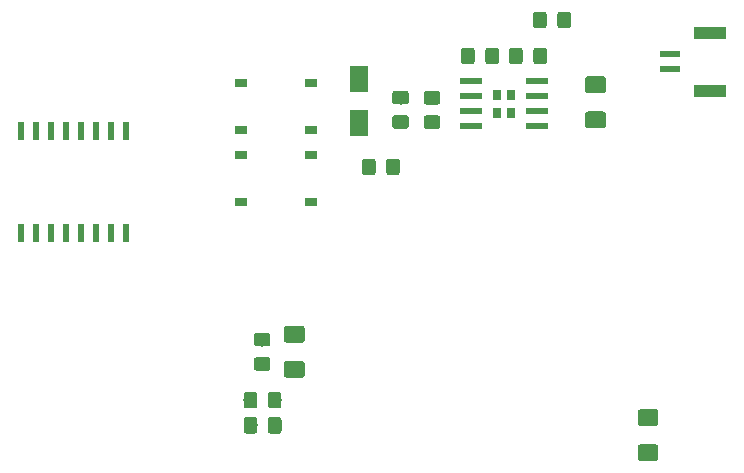
<source format=gbr>
G04 #@! TF.GenerationSoftware,KiCad,Pcbnew,(5.0.0)*
G04 #@! TF.CreationDate,2019-03-29T23:21:28-04:00*
G04 #@! TF.ProjectId,PoEShield,506F45536869656C642E6B696361645F,rev?*
G04 #@! TF.SameCoordinates,Original*
G04 #@! TF.FileFunction,Paste,Top*
G04 #@! TF.FilePolarity,Positive*
%FSLAX46Y46*%
G04 Gerber Fmt 4.6, Leading zero omitted, Abs format (unit mm)*
G04 Created by KiCad (PCBNEW (5.0.0)) date 03/29/19 23:21:28*
%MOMM*%
%LPD*%
G01*
G04 APERTURE LIST*
%ADD10R,0.558800X1.600200*%
%ADD11C,0.100000*%
%ADD12C,1.150000*%
%ADD13R,1.630000X2.180400*%
%ADD14R,1.000000X0.700000*%
%ADD15R,1.700000X0.600000*%
%ADD16R,2.800000X1.000000*%
%ADD17R,1.910000X0.610000*%
%ADD18R,0.723000X0.930000*%
%ADD19C,1.425000*%
G04 APERTURE END LIST*
D10*
G04 #@! TO.C,T1*
X100076000Y-81280000D03*
X101346000Y-81280000D03*
X102616000Y-81280000D03*
X103886000Y-81280000D03*
X105156000Y-81280000D03*
X106426000Y-81280000D03*
X107696000Y-81280000D03*
X108966000Y-81280000D03*
X108966000Y-89916000D03*
X107696000Y-89916000D03*
X106426000Y-89916000D03*
X105156000Y-89916000D03*
X103886000Y-89916000D03*
X102616000Y-89916000D03*
X101346000Y-89916000D03*
X100076000Y-89916000D03*
G04 #@! TD*
D11*
G04 #@! TO.C,C1*
G36*
X132681505Y-77894204D02*
X132705773Y-77897804D01*
X132729572Y-77903765D01*
X132752671Y-77912030D01*
X132774850Y-77922520D01*
X132795893Y-77935132D01*
X132815599Y-77949747D01*
X132833777Y-77966223D01*
X132850253Y-77984401D01*
X132864868Y-78004107D01*
X132877480Y-78025150D01*
X132887970Y-78047329D01*
X132896235Y-78070428D01*
X132902196Y-78094227D01*
X132905796Y-78118495D01*
X132907000Y-78142999D01*
X132907000Y-78793001D01*
X132905796Y-78817505D01*
X132902196Y-78841773D01*
X132896235Y-78865572D01*
X132887970Y-78888671D01*
X132877480Y-78910850D01*
X132864868Y-78931893D01*
X132850253Y-78951599D01*
X132833777Y-78969777D01*
X132815599Y-78986253D01*
X132795893Y-79000868D01*
X132774850Y-79013480D01*
X132752671Y-79023970D01*
X132729572Y-79032235D01*
X132705773Y-79038196D01*
X132681505Y-79041796D01*
X132657001Y-79043000D01*
X131756999Y-79043000D01*
X131732495Y-79041796D01*
X131708227Y-79038196D01*
X131684428Y-79032235D01*
X131661329Y-79023970D01*
X131639150Y-79013480D01*
X131618107Y-79000868D01*
X131598401Y-78986253D01*
X131580223Y-78969777D01*
X131563747Y-78951599D01*
X131549132Y-78931893D01*
X131536520Y-78910850D01*
X131526030Y-78888671D01*
X131517765Y-78865572D01*
X131511804Y-78841773D01*
X131508204Y-78817505D01*
X131507000Y-78793001D01*
X131507000Y-78142999D01*
X131508204Y-78118495D01*
X131511804Y-78094227D01*
X131517765Y-78070428D01*
X131526030Y-78047329D01*
X131536520Y-78025150D01*
X131549132Y-78004107D01*
X131563747Y-77984401D01*
X131580223Y-77966223D01*
X131598401Y-77949747D01*
X131618107Y-77935132D01*
X131639150Y-77922520D01*
X131661329Y-77912030D01*
X131684428Y-77903765D01*
X131708227Y-77897804D01*
X131732495Y-77894204D01*
X131756999Y-77893000D01*
X132657001Y-77893000D01*
X132681505Y-77894204D01*
X132681505Y-77894204D01*
G37*
D12*
X132207000Y-78468000D03*
D11*
G36*
X132681505Y-79944204D02*
X132705773Y-79947804D01*
X132729572Y-79953765D01*
X132752671Y-79962030D01*
X132774850Y-79972520D01*
X132795893Y-79985132D01*
X132815599Y-79999747D01*
X132833777Y-80016223D01*
X132850253Y-80034401D01*
X132864868Y-80054107D01*
X132877480Y-80075150D01*
X132887970Y-80097329D01*
X132896235Y-80120428D01*
X132902196Y-80144227D01*
X132905796Y-80168495D01*
X132907000Y-80192999D01*
X132907000Y-80843001D01*
X132905796Y-80867505D01*
X132902196Y-80891773D01*
X132896235Y-80915572D01*
X132887970Y-80938671D01*
X132877480Y-80960850D01*
X132864868Y-80981893D01*
X132850253Y-81001599D01*
X132833777Y-81019777D01*
X132815599Y-81036253D01*
X132795893Y-81050868D01*
X132774850Y-81063480D01*
X132752671Y-81073970D01*
X132729572Y-81082235D01*
X132705773Y-81088196D01*
X132681505Y-81091796D01*
X132657001Y-81093000D01*
X131756999Y-81093000D01*
X131732495Y-81091796D01*
X131708227Y-81088196D01*
X131684428Y-81082235D01*
X131661329Y-81073970D01*
X131639150Y-81063480D01*
X131618107Y-81050868D01*
X131598401Y-81036253D01*
X131580223Y-81019777D01*
X131563747Y-81001599D01*
X131549132Y-80981893D01*
X131536520Y-80960850D01*
X131526030Y-80938671D01*
X131517765Y-80915572D01*
X131511804Y-80891773D01*
X131508204Y-80867505D01*
X131507000Y-80843001D01*
X131507000Y-80192999D01*
X131508204Y-80168495D01*
X131511804Y-80144227D01*
X131517765Y-80120428D01*
X131526030Y-80097329D01*
X131536520Y-80075150D01*
X131549132Y-80054107D01*
X131563747Y-80034401D01*
X131580223Y-80016223D01*
X131598401Y-79999747D01*
X131618107Y-79985132D01*
X131639150Y-79972520D01*
X131661329Y-79962030D01*
X131684428Y-79953765D01*
X131708227Y-79947804D01*
X131732495Y-79944204D01*
X131756999Y-79943000D01*
X132657001Y-79943000D01*
X132681505Y-79944204D01*
X132681505Y-79944204D01*
G37*
D12*
X132207000Y-80518000D03*
G04 #@! TD*
D13*
G04 #@! TO.C,D1*
X128651000Y-76930600D03*
X128651000Y-80645000D03*
G04 #@! TD*
D14*
G04 #@! TO.C,D2*
X118691000Y-81248000D03*
X118691000Y-77248000D03*
X124641000Y-77248000D03*
X124641000Y-81248000D03*
G04 #@! TD*
G04 #@! TO.C,D3*
X124641000Y-87344000D03*
X124641000Y-83344000D03*
X118691000Y-83344000D03*
X118691000Y-87344000D03*
G04 #@! TD*
D15*
G04 #@! TO.C,J2*
X155022000Y-74813000D03*
X155022000Y-76063000D03*
D16*
X158372000Y-72963000D03*
X158372000Y-77913000D03*
G04 #@! TD*
D11*
G04 #@! TO.C,R1*
G36*
X138262505Y-74231204D02*
X138286773Y-74234804D01*
X138310572Y-74240765D01*
X138333671Y-74249030D01*
X138355850Y-74259520D01*
X138376893Y-74272132D01*
X138396599Y-74286747D01*
X138414777Y-74303223D01*
X138431253Y-74321401D01*
X138445868Y-74341107D01*
X138458480Y-74362150D01*
X138468970Y-74384329D01*
X138477235Y-74407428D01*
X138483196Y-74431227D01*
X138486796Y-74455495D01*
X138488000Y-74479999D01*
X138488000Y-75380001D01*
X138486796Y-75404505D01*
X138483196Y-75428773D01*
X138477235Y-75452572D01*
X138468970Y-75475671D01*
X138458480Y-75497850D01*
X138445868Y-75518893D01*
X138431253Y-75538599D01*
X138414777Y-75556777D01*
X138396599Y-75573253D01*
X138376893Y-75587868D01*
X138355850Y-75600480D01*
X138333671Y-75610970D01*
X138310572Y-75619235D01*
X138286773Y-75625196D01*
X138262505Y-75628796D01*
X138238001Y-75630000D01*
X137587999Y-75630000D01*
X137563495Y-75628796D01*
X137539227Y-75625196D01*
X137515428Y-75619235D01*
X137492329Y-75610970D01*
X137470150Y-75600480D01*
X137449107Y-75587868D01*
X137429401Y-75573253D01*
X137411223Y-75556777D01*
X137394747Y-75538599D01*
X137380132Y-75518893D01*
X137367520Y-75497850D01*
X137357030Y-75475671D01*
X137348765Y-75452572D01*
X137342804Y-75428773D01*
X137339204Y-75404505D01*
X137338000Y-75380001D01*
X137338000Y-74479999D01*
X137339204Y-74455495D01*
X137342804Y-74431227D01*
X137348765Y-74407428D01*
X137357030Y-74384329D01*
X137367520Y-74362150D01*
X137380132Y-74341107D01*
X137394747Y-74321401D01*
X137411223Y-74303223D01*
X137429401Y-74286747D01*
X137449107Y-74272132D01*
X137470150Y-74259520D01*
X137492329Y-74249030D01*
X137515428Y-74240765D01*
X137539227Y-74234804D01*
X137563495Y-74231204D01*
X137587999Y-74230000D01*
X138238001Y-74230000D01*
X138262505Y-74231204D01*
X138262505Y-74231204D01*
G37*
D12*
X137913000Y-74930000D03*
D11*
G36*
X140312505Y-74231204D02*
X140336773Y-74234804D01*
X140360572Y-74240765D01*
X140383671Y-74249030D01*
X140405850Y-74259520D01*
X140426893Y-74272132D01*
X140446599Y-74286747D01*
X140464777Y-74303223D01*
X140481253Y-74321401D01*
X140495868Y-74341107D01*
X140508480Y-74362150D01*
X140518970Y-74384329D01*
X140527235Y-74407428D01*
X140533196Y-74431227D01*
X140536796Y-74455495D01*
X140538000Y-74479999D01*
X140538000Y-75380001D01*
X140536796Y-75404505D01*
X140533196Y-75428773D01*
X140527235Y-75452572D01*
X140518970Y-75475671D01*
X140508480Y-75497850D01*
X140495868Y-75518893D01*
X140481253Y-75538599D01*
X140464777Y-75556777D01*
X140446599Y-75573253D01*
X140426893Y-75587868D01*
X140405850Y-75600480D01*
X140383671Y-75610970D01*
X140360572Y-75619235D01*
X140336773Y-75625196D01*
X140312505Y-75628796D01*
X140288001Y-75630000D01*
X139637999Y-75630000D01*
X139613495Y-75628796D01*
X139589227Y-75625196D01*
X139565428Y-75619235D01*
X139542329Y-75610970D01*
X139520150Y-75600480D01*
X139499107Y-75587868D01*
X139479401Y-75573253D01*
X139461223Y-75556777D01*
X139444747Y-75538599D01*
X139430132Y-75518893D01*
X139417520Y-75497850D01*
X139407030Y-75475671D01*
X139398765Y-75452572D01*
X139392804Y-75428773D01*
X139389204Y-75404505D01*
X139388000Y-75380001D01*
X139388000Y-74479999D01*
X139389204Y-74455495D01*
X139392804Y-74431227D01*
X139398765Y-74407428D01*
X139407030Y-74384329D01*
X139417520Y-74362150D01*
X139430132Y-74341107D01*
X139444747Y-74321401D01*
X139461223Y-74303223D01*
X139479401Y-74286747D01*
X139499107Y-74272132D01*
X139520150Y-74259520D01*
X139542329Y-74249030D01*
X139565428Y-74240765D01*
X139589227Y-74234804D01*
X139613495Y-74231204D01*
X139637999Y-74230000D01*
X140288001Y-74230000D01*
X140312505Y-74231204D01*
X140312505Y-74231204D01*
G37*
D12*
X139963000Y-74930000D03*
G04 #@! TD*
D11*
G04 #@! TO.C,R2*
G36*
X135348505Y-77912204D02*
X135372773Y-77915804D01*
X135396572Y-77921765D01*
X135419671Y-77930030D01*
X135441850Y-77940520D01*
X135462893Y-77953132D01*
X135482599Y-77967747D01*
X135500777Y-77984223D01*
X135517253Y-78002401D01*
X135531868Y-78022107D01*
X135544480Y-78043150D01*
X135554970Y-78065329D01*
X135563235Y-78088428D01*
X135569196Y-78112227D01*
X135572796Y-78136495D01*
X135574000Y-78160999D01*
X135574000Y-78811001D01*
X135572796Y-78835505D01*
X135569196Y-78859773D01*
X135563235Y-78883572D01*
X135554970Y-78906671D01*
X135544480Y-78928850D01*
X135531868Y-78949893D01*
X135517253Y-78969599D01*
X135500777Y-78987777D01*
X135482599Y-79004253D01*
X135462893Y-79018868D01*
X135441850Y-79031480D01*
X135419671Y-79041970D01*
X135396572Y-79050235D01*
X135372773Y-79056196D01*
X135348505Y-79059796D01*
X135324001Y-79061000D01*
X134423999Y-79061000D01*
X134399495Y-79059796D01*
X134375227Y-79056196D01*
X134351428Y-79050235D01*
X134328329Y-79041970D01*
X134306150Y-79031480D01*
X134285107Y-79018868D01*
X134265401Y-79004253D01*
X134247223Y-78987777D01*
X134230747Y-78969599D01*
X134216132Y-78949893D01*
X134203520Y-78928850D01*
X134193030Y-78906671D01*
X134184765Y-78883572D01*
X134178804Y-78859773D01*
X134175204Y-78835505D01*
X134174000Y-78811001D01*
X134174000Y-78160999D01*
X134175204Y-78136495D01*
X134178804Y-78112227D01*
X134184765Y-78088428D01*
X134193030Y-78065329D01*
X134203520Y-78043150D01*
X134216132Y-78022107D01*
X134230747Y-78002401D01*
X134247223Y-77984223D01*
X134265401Y-77967747D01*
X134285107Y-77953132D01*
X134306150Y-77940520D01*
X134328329Y-77930030D01*
X134351428Y-77921765D01*
X134375227Y-77915804D01*
X134399495Y-77912204D01*
X134423999Y-77911000D01*
X135324001Y-77911000D01*
X135348505Y-77912204D01*
X135348505Y-77912204D01*
G37*
D12*
X134874000Y-78486000D03*
D11*
G36*
X135348505Y-79962204D02*
X135372773Y-79965804D01*
X135396572Y-79971765D01*
X135419671Y-79980030D01*
X135441850Y-79990520D01*
X135462893Y-80003132D01*
X135482599Y-80017747D01*
X135500777Y-80034223D01*
X135517253Y-80052401D01*
X135531868Y-80072107D01*
X135544480Y-80093150D01*
X135554970Y-80115329D01*
X135563235Y-80138428D01*
X135569196Y-80162227D01*
X135572796Y-80186495D01*
X135574000Y-80210999D01*
X135574000Y-80861001D01*
X135572796Y-80885505D01*
X135569196Y-80909773D01*
X135563235Y-80933572D01*
X135554970Y-80956671D01*
X135544480Y-80978850D01*
X135531868Y-80999893D01*
X135517253Y-81019599D01*
X135500777Y-81037777D01*
X135482599Y-81054253D01*
X135462893Y-81068868D01*
X135441850Y-81081480D01*
X135419671Y-81091970D01*
X135396572Y-81100235D01*
X135372773Y-81106196D01*
X135348505Y-81109796D01*
X135324001Y-81111000D01*
X134423999Y-81111000D01*
X134399495Y-81109796D01*
X134375227Y-81106196D01*
X134351428Y-81100235D01*
X134328329Y-81091970D01*
X134306150Y-81081480D01*
X134285107Y-81068868D01*
X134265401Y-81054253D01*
X134247223Y-81037777D01*
X134230747Y-81019599D01*
X134216132Y-80999893D01*
X134203520Y-80978850D01*
X134193030Y-80956671D01*
X134184765Y-80933572D01*
X134178804Y-80909773D01*
X134175204Y-80885505D01*
X134174000Y-80861001D01*
X134174000Y-80210999D01*
X134175204Y-80186495D01*
X134178804Y-80162227D01*
X134184765Y-80138428D01*
X134193030Y-80115329D01*
X134203520Y-80093150D01*
X134216132Y-80072107D01*
X134230747Y-80052401D01*
X134247223Y-80034223D01*
X134265401Y-80017747D01*
X134285107Y-80003132D01*
X134306150Y-79990520D01*
X134328329Y-79980030D01*
X134351428Y-79971765D01*
X134375227Y-79965804D01*
X134399495Y-79962204D01*
X134423999Y-79961000D01*
X135324001Y-79961000D01*
X135348505Y-79962204D01*
X135348505Y-79962204D01*
G37*
D12*
X134874000Y-80536000D03*
G04 #@! TD*
D11*
G04 #@! TO.C,R3*
G36*
X144358505Y-71183204D02*
X144382773Y-71186804D01*
X144406572Y-71192765D01*
X144429671Y-71201030D01*
X144451850Y-71211520D01*
X144472893Y-71224132D01*
X144492599Y-71238747D01*
X144510777Y-71255223D01*
X144527253Y-71273401D01*
X144541868Y-71293107D01*
X144554480Y-71314150D01*
X144564970Y-71336329D01*
X144573235Y-71359428D01*
X144579196Y-71383227D01*
X144582796Y-71407495D01*
X144584000Y-71431999D01*
X144584000Y-72332001D01*
X144582796Y-72356505D01*
X144579196Y-72380773D01*
X144573235Y-72404572D01*
X144564970Y-72427671D01*
X144554480Y-72449850D01*
X144541868Y-72470893D01*
X144527253Y-72490599D01*
X144510777Y-72508777D01*
X144492599Y-72525253D01*
X144472893Y-72539868D01*
X144451850Y-72552480D01*
X144429671Y-72562970D01*
X144406572Y-72571235D01*
X144382773Y-72577196D01*
X144358505Y-72580796D01*
X144334001Y-72582000D01*
X143683999Y-72582000D01*
X143659495Y-72580796D01*
X143635227Y-72577196D01*
X143611428Y-72571235D01*
X143588329Y-72562970D01*
X143566150Y-72552480D01*
X143545107Y-72539868D01*
X143525401Y-72525253D01*
X143507223Y-72508777D01*
X143490747Y-72490599D01*
X143476132Y-72470893D01*
X143463520Y-72449850D01*
X143453030Y-72427671D01*
X143444765Y-72404572D01*
X143438804Y-72380773D01*
X143435204Y-72356505D01*
X143434000Y-72332001D01*
X143434000Y-71431999D01*
X143435204Y-71407495D01*
X143438804Y-71383227D01*
X143444765Y-71359428D01*
X143453030Y-71336329D01*
X143463520Y-71314150D01*
X143476132Y-71293107D01*
X143490747Y-71273401D01*
X143507223Y-71255223D01*
X143525401Y-71238747D01*
X143545107Y-71224132D01*
X143566150Y-71211520D01*
X143588329Y-71201030D01*
X143611428Y-71192765D01*
X143635227Y-71186804D01*
X143659495Y-71183204D01*
X143683999Y-71182000D01*
X144334001Y-71182000D01*
X144358505Y-71183204D01*
X144358505Y-71183204D01*
G37*
D12*
X144009000Y-71882000D03*
D11*
G36*
X146408505Y-71183204D02*
X146432773Y-71186804D01*
X146456572Y-71192765D01*
X146479671Y-71201030D01*
X146501850Y-71211520D01*
X146522893Y-71224132D01*
X146542599Y-71238747D01*
X146560777Y-71255223D01*
X146577253Y-71273401D01*
X146591868Y-71293107D01*
X146604480Y-71314150D01*
X146614970Y-71336329D01*
X146623235Y-71359428D01*
X146629196Y-71383227D01*
X146632796Y-71407495D01*
X146634000Y-71431999D01*
X146634000Y-72332001D01*
X146632796Y-72356505D01*
X146629196Y-72380773D01*
X146623235Y-72404572D01*
X146614970Y-72427671D01*
X146604480Y-72449850D01*
X146591868Y-72470893D01*
X146577253Y-72490599D01*
X146560777Y-72508777D01*
X146542599Y-72525253D01*
X146522893Y-72539868D01*
X146501850Y-72552480D01*
X146479671Y-72562970D01*
X146456572Y-72571235D01*
X146432773Y-72577196D01*
X146408505Y-72580796D01*
X146384001Y-72582000D01*
X145733999Y-72582000D01*
X145709495Y-72580796D01*
X145685227Y-72577196D01*
X145661428Y-72571235D01*
X145638329Y-72562970D01*
X145616150Y-72552480D01*
X145595107Y-72539868D01*
X145575401Y-72525253D01*
X145557223Y-72508777D01*
X145540747Y-72490599D01*
X145526132Y-72470893D01*
X145513520Y-72449850D01*
X145503030Y-72427671D01*
X145494765Y-72404572D01*
X145488804Y-72380773D01*
X145485204Y-72356505D01*
X145484000Y-72332001D01*
X145484000Y-71431999D01*
X145485204Y-71407495D01*
X145488804Y-71383227D01*
X145494765Y-71359428D01*
X145503030Y-71336329D01*
X145513520Y-71314150D01*
X145526132Y-71293107D01*
X145540747Y-71273401D01*
X145557223Y-71255223D01*
X145575401Y-71238747D01*
X145595107Y-71224132D01*
X145616150Y-71211520D01*
X145638329Y-71201030D01*
X145661428Y-71192765D01*
X145685227Y-71186804D01*
X145709495Y-71183204D01*
X145733999Y-71182000D01*
X146384001Y-71182000D01*
X146408505Y-71183204D01*
X146408505Y-71183204D01*
G37*
D12*
X146059000Y-71882000D03*
G04 #@! TD*
D11*
G04 #@! TO.C,R4*
G36*
X144376505Y-74231204D02*
X144400773Y-74234804D01*
X144424572Y-74240765D01*
X144447671Y-74249030D01*
X144469850Y-74259520D01*
X144490893Y-74272132D01*
X144510599Y-74286747D01*
X144528777Y-74303223D01*
X144545253Y-74321401D01*
X144559868Y-74341107D01*
X144572480Y-74362150D01*
X144582970Y-74384329D01*
X144591235Y-74407428D01*
X144597196Y-74431227D01*
X144600796Y-74455495D01*
X144602000Y-74479999D01*
X144602000Y-75380001D01*
X144600796Y-75404505D01*
X144597196Y-75428773D01*
X144591235Y-75452572D01*
X144582970Y-75475671D01*
X144572480Y-75497850D01*
X144559868Y-75518893D01*
X144545253Y-75538599D01*
X144528777Y-75556777D01*
X144510599Y-75573253D01*
X144490893Y-75587868D01*
X144469850Y-75600480D01*
X144447671Y-75610970D01*
X144424572Y-75619235D01*
X144400773Y-75625196D01*
X144376505Y-75628796D01*
X144352001Y-75630000D01*
X143701999Y-75630000D01*
X143677495Y-75628796D01*
X143653227Y-75625196D01*
X143629428Y-75619235D01*
X143606329Y-75610970D01*
X143584150Y-75600480D01*
X143563107Y-75587868D01*
X143543401Y-75573253D01*
X143525223Y-75556777D01*
X143508747Y-75538599D01*
X143494132Y-75518893D01*
X143481520Y-75497850D01*
X143471030Y-75475671D01*
X143462765Y-75452572D01*
X143456804Y-75428773D01*
X143453204Y-75404505D01*
X143452000Y-75380001D01*
X143452000Y-74479999D01*
X143453204Y-74455495D01*
X143456804Y-74431227D01*
X143462765Y-74407428D01*
X143471030Y-74384329D01*
X143481520Y-74362150D01*
X143494132Y-74341107D01*
X143508747Y-74321401D01*
X143525223Y-74303223D01*
X143543401Y-74286747D01*
X143563107Y-74272132D01*
X143584150Y-74259520D01*
X143606329Y-74249030D01*
X143629428Y-74240765D01*
X143653227Y-74234804D01*
X143677495Y-74231204D01*
X143701999Y-74230000D01*
X144352001Y-74230000D01*
X144376505Y-74231204D01*
X144376505Y-74231204D01*
G37*
D12*
X144027000Y-74930000D03*
D11*
G36*
X142326505Y-74231204D02*
X142350773Y-74234804D01*
X142374572Y-74240765D01*
X142397671Y-74249030D01*
X142419850Y-74259520D01*
X142440893Y-74272132D01*
X142460599Y-74286747D01*
X142478777Y-74303223D01*
X142495253Y-74321401D01*
X142509868Y-74341107D01*
X142522480Y-74362150D01*
X142532970Y-74384329D01*
X142541235Y-74407428D01*
X142547196Y-74431227D01*
X142550796Y-74455495D01*
X142552000Y-74479999D01*
X142552000Y-75380001D01*
X142550796Y-75404505D01*
X142547196Y-75428773D01*
X142541235Y-75452572D01*
X142532970Y-75475671D01*
X142522480Y-75497850D01*
X142509868Y-75518893D01*
X142495253Y-75538599D01*
X142478777Y-75556777D01*
X142460599Y-75573253D01*
X142440893Y-75587868D01*
X142419850Y-75600480D01*
X142397671Y-75610970D01*
X142374572Y-75619235D01*
X142350773Y-75625196D01*
X142326505Y-75628796D01*
X142302001Y-75630000D01*
X141651999Y-75630000D01*
X141627495Y-75628796D01*
X141603227Y-75625196D01*
X141579428Y-75619235D01*
X141556329Y-75610970D01*
X141534150Y-75600480D01*
X141513107Y-75587868D01*
X141493401Y-75573253D01*
X141475223Y-75556777D01*
X141458747Y-75538599D01*
X141444132Y-75518893D01*
X141431520Y-75497850D01*
X141421030Y-75475671D01*
X141412765Y-75452572D01*
X141406804Y-75428773D01*
X141403204Y-75404505D01*
X141402000Y-75380001D01*
X141402000Y-74479999D01*
X141403204Y-74455495D01*
X141406804Y-74431227D01*
X141412765Y-74407428D01*
X141421030Y-74384329D01*
X141431520Y-74362150D01*
X141444132Y-74341107D01*
X141458747Y-74321401D01*
X141475223Y-74303223D01*
X141493401Y-74286747D01*
X141513107Y-74272132D01*
X141534150Y-74259520D01*
X141556329Y-74249030D01*
X141579428Y-74240765D01*
X141603227Y-74234804D01*
X141627495Y-74231204D01*
X141651999Y-74230000D01*
X142302001Y-74230000D01*
X142326505Y-74231204D01*
X142326505Y-74231204D01*
G37*
D12*
X141977000Y-74930000D03*
G04 #@! TD*
D11*
G04 #@! TO.C,R5*
G36*
X129871505Y-83629204D02*
X129895773Y-83632804D01*
X129919572Y-83638765D01*
X129942671Y-83647030D01*
X129964850Y-83657520D01*
X129985893Y-83670132D01*
X130005599Y-83684747D01*
X130023777Y-83701223D01*
X130040253Y-83719401D01*
X130054868Y-83739107D01*
X130067480Y-83760150D01*
X130077970Y-83782329D01*
X130086235Y-83805428D01*
X130092196Y-83829227D01*
X130095796Y-83853495D01*
X130097000Y-83877999D01*
X130097000Y-84778001D01*
X130095796Y-84802505D01*
X130092196Y-84826773D01*
X130086235Y-84850572D01*
X130077970Y-84873671D01*
X130067480Y-84895850D01*
X130054868Y-84916893D01*
X130040253Y-84936599D01*
X130023777Y-84954777D01*
X130005599Y-84971253D01*
X129985893Y-84985868D01*
X129964850Y-84998480D01*
X129942671Y-85008970D01*
X129919572Y-85017235D01*
X129895773Y-85023196D01*
X129871505Y-85026796D01*
X129847001Y-85028000D01*
X129196999Y-85028000D01*
X129172495Y-85026796D01*
X129148227Y-85023196D01*
X129124428Y-85017235D01*
X129101329Y-85008970D01*
X129079150Y-84998480D01*
X129058107Y-84985868D01*
X129038401Y-84971253D01*
X129020223Y-84954777D01*
X129003747Y-84936599D01*
X128989132Y-84916893D01*
X128976520Y-84895850D01*
X128966030Y-84873671D01*
X128957765Y-84850572D01*
X128951804Y-84826773D01*
X128948204Y-84802505D01*
X128947000Y-84778001D01*
X128947000Y-83877999D01*
X128948204Y-83853495D01*
X128951804Y-83829227D01*
X128957765Y-83805428D01*
X128966030Y-83782329D01*
X128976520Y-83760150D01*
X128989132Y-83739107D01*
X129003747Y-83719401D01*
X129020223Y-83701223D01*
X129038401Y-83684747D01*
X129058107Y-83670132D01*
X129079150Y-83657520D01*
X129101329Y-83647030D01*
X129124428Y-83638765D01*
X129148227Y-83632804D01*
X129172495Y-83629204D01*
X129196999Y-83628000D01*
X129847001Y-83628000D01*
X129871505Y-83629204D01*
X129871505Y-83629204D01*
G37*
D12*
X129522000Y-84328000D03*
D11*
G36*
X131921505Y-83629204D02*
X131945773Y-83632804D01*
X131969572Y-83638765D01*
X131992671Y-83647030D01*
X132014850Y-83657520D01*
X132035893Y-83670132D01*
X132055599Y-83684747D01*
X132073777Y-83701223D01*
X132090253Y-83719401D01*
X132104868Y-83739107D01*
X132117480Y-83760150D01*
X132127970Y-83782329D01*
X132136235Y-83805428D01*
X132142196Y-83829227D01*
X132145796Y-83853495D01*
X132147000Y-83877999D01*
X132147000Y-84778001D01*
X132145796Y-84802505D01*
X132142196Y-84826773D01*
X132136235Y-84850572D01*
X132127970Y-84873671D01*
X132117480Y-84895850D01*
X132104868Y-84916893D01*
X132090253Y-84936599D01*
X132073777Y-84954777D01*
X132055599Y-84971253D01*
X132035893Y-84985868D01*
X132014850Y-84998480D01*
X131992671Y-85008970D01*
X131969572Y-85017235D01*
X131945773Y-85023196D01*
X131921505Y-85026796D01*
X131897001Y-85028000D01*
X131246999Y-85028000D01*
X131222495Y-85026796D01*
X131198227Y-85023196D01*
X131174428Y-85017235D01*
X131151329Y-85008970D01*
X131129150Y-84998480D01*
X131108107Y-84985868D01*
X131088401Y-84971253D01*
X131070223Y-84954777D01*
X131053747Y-84936599D01*
X131039132Y-84916893D01*
X131026520Y-84895850D01*
X131016030Y-84873671D01*
X131007765Y-84850572D01*
X131001804Y-84826773D01*
X130998204Y-84802505D01*
X130997000Y-84778001D01*
X130997000Y-83877999D01*
X130998204Y-83853495D01*
X131001804Y-83829227D01*
X131007765Y-83805428D01*
X131016030Y-83782329D01*
X131026520Y-83760150D01*
X131039132Y-83739107D01*
X131053747Y-83719401D01*
X131070223Y-83701223D01*
X131088401Y-83684747D01*
X131108107Y-83670132D01*
X131129150Y-83657520D01*
X131151329Y-83647030D01*
X131174428Y-83638765D01*
X131198227Y-83632804D01*
X131222495Y-83629204D01*
X131246999Y-83628000D01*
X131897001Y-83628000D01*
X131921505Y-83629204D01*
X131921505Y-83629204D01*
G37*
D12*
X131572000Y-84328000D03*
G04 #@! TD*
D17*
G04 #@! TO.C,U1*
X138190000Y-77089000D03*
X138190000Y-78359000D03*
X138190000Y-79629000D03*
X138190000Y-80899000D03*
X143750000Y-80899000D03*
X143750000Y-79629000D03*
X143750000Y-78359000D03*
X143750000Y-77089000D03*
D18*
X141572500Y-79769000D03*
X141572500Y-78219000D03*
X140367500Y-79769000D03*
X140367500Y-78219000D03*
G04 #@! TD*
D11*
G04 #@! TO.C,C2*
G36*
X149366504Y-76668204D02*
X149390773Y-76671804D01*
X149414571Y-76677765D01*
X149437671Y-76686030D01*
X149459849Y-76696520D01*
X149480893Y-76709133D01*
X149500598Y-76723747D01*
X149518777Y-76740223D01*
X149535253Y-76758402D01*
X149549867Y-76778107D01*
X149562480Y-76799151D01*
X149572970Y-76821329D01*
X149581235Y-76844429D01*
X149587196Y-76868227D01*
X149590796Y-76892496D01*
X149592000Y-76917000D01*
X149592000Y-77842000D01*
X149590796Y-77866504D01*
X149587196Y-77890773D01*
X149581235Y-77914571D01*
X149572970Y-77937671D01*
X149562480Y-77959849D01*
X149549867Y-77980893D01*
X149535253Y-78000598D01*
X149518777Y-78018777D01*
X149500598Y-78035253D01*
X149480893Y-78049867D01*
X149459849Y-78062480D01*
X149437671Y-78072970D01*
X149414571Y-78081235D01*
X149390773Y-78087196D01*
X149366504Y-78090796D01*
X149342000Y-78092000D01*
X148092000Y-78092000D01*
X148067496Y-78090796D01*
X148043227Y-78087196D01*
X148019429Y-78081235D01*
X147996329Y-78072970D01*
X147974151Y-78062480D01*
X147953107Y-78049867D01*
X147933402Y-78035253D01*
X147915223Y-78018777D01*
X147898747Y-78000598D01*
X147884133Y-77980893D01*
X147871520Y-77959849D01*
X147861030Y-77937671D01*
X147852765Y-77914571D01*
X147846804Y-77890773D01*
X147843204Y-77866504D01*
X147842000Y-77842000D01*
X147842000Y-76917000D01*
X147843204Y-76892496D01*
X147846804Y-76868227D01*
X147852765Y-76844429D01*
X147861030Y-76821329D01*
X147871520Y-76799151D01*
X147884133Y-76778107D01*
X147898747Y-76758402D01*
X147915223Y-76740223D01*
X147933402Y-76723747D01*
X147953107Y-76709133D01*
X147974151Y-76696520D01*
X147996329Y-76686030D01*
X148019429Y-76677765D01*
X148043227Y-76671804D01*
X148067496Y-76668204D01*
X148092000Y-76667000D01*
X149342000Y-76667000D01*
X149366504Y-76668204D01*
X149366504Y-76668204D01*
G37*
D19*
X148717000Y-77379500D03*
D11*
G36*
X149366504Y-79643204D02*
X149390773Y-79646804D01*
X149414571Y-79652765D01*
X149437671Y-79661030D01*
X149459849Y-79671520D01*
X149480893Y-79684133D01*
X149500598Y-79698747D01*
X149518777Y-79715223D01*
X149535253Y-79733402D01*
X149549867Y-79753107D01*
X149562480Y-79774151D01*
X149572970Y-79796329D01*
X149581235Y-79819429D01*
X149587196Y-79843227D01*
X149590796Y-79867496D01*
X149592000Y-79892000D01*
X149592000Y-80817000D01*
X149590796Y-80841504D01*
X149587196Y-80865773D01*
X149581235Y-80889571D01*
X149572970Y-80912671D01*
X149562480Y-80934849D01*
X149549867Y-80955893D01*
X149535253Y-80975598D01*
X149518777Y-80993777D01*
X149500598Y-81010253D01*
X149480893Y-81024867D01*
X149459849Y-81037480D01*
X149437671Y-81047970D01*
X149414571Y-81056235D01*
X149390773Y-81062196D01*
X149366504Y-81065796D01*
X149342000Y-81067000D01*
X148092000Y-81067000D01*
X148067496Y-81065796D01*
X148043227Y-81062196D01*
X148019429Y-81056235D01*
X147996329Y-81047970D01*
X147974151Y-81037480D01*
X147953107Y-81024867D01*
X147933402Y-81010253D01*
X147915223Y-80993777D01*
X147898747Y-80975598D01*
X147884133Y-80955893D01*
X147871520Y-80934849D01*
X147861030Y-80912671D01*
X147852765Y-80889571D01*
X147846804Y-80865773D01*
X147843204Y-80841504D01*
X147842000Y-80817000D01*
X147842000Y-79892000D01*
X147843204Y-79867496D01*
X147846804Y-79843227D01*
X147852765Y-79819429D01*
X147861030Y-79796329D01*
X147871520Y-79774151D01*
X147884133Y-79753107D01*
X147898747Y-79733402D01*
X147915223Y-79715223D01*
X147933402Y-79698747D01*
X147953107Y-79684133D01*
X147974151Y-79671520D01*
X147996329Y-79661030D01*
X148019429Y-79652765D01*
X148043227Y-79646804D01*
X148067496Y-79643204D01*
X148092000Y-79642000D01*
X149342000Y-79642000D01*
X149366504Y-79643204D01*
X149366504Y-79643204D01*
G37*
D19*
X148717000Y-80354500D03*
G04 #@! TD*
D11*
G04 #@! TO.C,C3*
G36*
X123864904Y-100764904D02*
X123889173Y-100768504D01*
X123912971Y-100774465D01*
X123936071Y-100782730D01*
X123958249Y-100793220D01*
X123979293Y-100805833D01*
X123998998Y-100820447D01*
X124017177Y-100836923D01*
X124033653Y-100855102D01*
X124048267Y-100874807D01*
X124060880Y-100895851D01*
X124071370Y-100918029D01*
X124079635Y-100941129D01*
X124085596Y-100964927D01*
X124089196Y-100989196D01*
X124090400Y-101013700D01*
X124090400Y-101938700D01*
X124089196Y-101963204D01*
X124085596Y-101987473D01*
X124079635Y-102011271D01*
X124071370Y-102034371D01*
X124060880Y-102056549D01*
X124048267Y-102077593D01*
X124033653Y-102097298D01*
X124017177Y-102115477D01*
X123998998Y-102131953D01*
X123979293Y-102146567D01*
X123958249Y-102159180D01*
X123936071Y-102169670D01*
X123912971Y-102177935D01*
X123889173Y-102183896D01*
X123864904Y-102187496D01*
X123840400Y-102188700D01*
X122590400Y-102188700D01*
X122565896Y-102187496D01*
X122541627Y-102183896D01*
X122517829Y-102177935D01*
X122494729Y-102169670D01*
X122472551Y-102159180D01*
X122451507Y-102146567D01*
X122431802Y-102131953D01*
X122413623Y-102115477D01*
X122397147Y-102097298D01*
X122382533Y-102077593D01*
X122369920Y-102056549D01*
X122359430Y-102034371D01*
X122351165Y-102011271D01*
X122345204Y-101987473D01*
X122341604Y-101963204D01*
X122340400Y-101938700D01*
X122340400Y-101013700D01*
X122341604Y-100989196D01*
X122345204Y-100964927D01*
X122351165Y-100941129D01*
X122359430Y-100918029D01*
X122369920Y-100895851D01*
X122382533Y-100874807D01*
X122397147Y-100855102D01*
X122413623Y-100836923D01*
X122431802Y-100820447D01*
X122451507Y-100805833D01*
X122472551Y-100793220D01*
X122494729Y-100782730D01*
X122517829Y-100774465D01*
X122541627Y-100768504D01*
X122565896Y-100764904D01*
X122590400Y-100763700D01*
X123840400Y-100763700D01*
X123864904Y-100764904D01*
X123864904Y-100764904D01*
G37*
D19*
X123215400Y-101476200D03*
D11*
G36*
X123864904Y-97789904D02*
X123889173Y-97793504D01*
X123912971Y-97799465D01*
X123936071Y-97807730D01*
X123958249Y-97818220D01*
X123979293Y-97830833D01*
X123998998Y-97845447D01*
X124017177Y-97861923D01*
X124033653Y-97880102D01*
X124048267Y-97899807D01*
X124060880Y-97920851D01*
X124071370Y-97943029D01*
X124079635Y-97966129D01*
X124085596Y-97989927D01*
X124089196Y-98014196D01*
X124090400Y-98038700D01*
X124090400Y-98963700D01*
X124089196Y-98988204D01*
X124085596Y-99012473D01*
X124079635Y-99036271D01*
X124071370Y-99059371D01*
X124060880Y-99081549D01*
X124048267Y-99102593D01*
X124033653Y-99122298D01*
X124017177Y-99140477D01*
X123998998Y-99156953D01*
X123979293Y-99171567D01*
X123958249Y-99184180D01*
X123936071Y-99194670D01*
X123912971Y-99202935D01*
X123889173Y-99208896D01*
X123864904Y-99212496D01*
X123840400Y-99213700D01*
X122590400Y-99213700D01*
X122565896Y-99212496D01*
X122541627Y-99208896D01*
X122517829Y-99202935D01*
X122494729Y-99194670D01*
X122472551Y-99184180D01*
X122451507Y-99171567D01*
X122431802Y-99156953D01*
X122413623Y-99140477D01*
X122397147Y-99122298D01*
X122382533Y-99102593D01*
X122369920Y-99081549D01*
X122359430Y-99059371D01*
X122351165Y-99036271D01*
X122345204Y-99012473D01*
X122341604Y-98988204D01*
X122340400Y-98963700D01*
X122340400Y-98038700D01*
X122341604Y-98014196D01*
X122345204Y-97989927D01*
X122351165Y-97966129D01*
X122359430Y-97943029D01*
X122369920Y-97920851D01*
X122382533Y-97899807D01*
X122397147Y-97880102D01*
X122413623Y-97861923D01*
X122431802Y-97845447D01*
X122451507Y-97830833D01*
X122472551Y-97818220D01*
X122494729Y-97807730D01*
X122517829Y-97799465D01*
X122541627Y-97793504D01*
X122565896Y-97789904D01*
X122590400Y-97788700D01*
X123840400Y-97788700D01*
X123864904Y-97789904D01*
X123864904Y-97789904D01*
G37*
D19*
X123215400Y-98501200D03*
G04 #@! TD*
D11*
G04 #@! TO.C,C4*
G36*
X153811504Y-104851104D02*
X153835773Y-104854704D01*
X153859571Y-104860665D01*
X153882671Y-104868930D01*
X153904849Y-104879420D01*
X153925893Y-104892033D01*
X153945598Y-104906647D01*
X153963777Y-104923123D01*
X153980253Y-104941302D01*
X153994867Y-104961007D01*
X154007480Y-104982051D01*
X154017970Y-105004229D01*
X154026235Y-105027329D01*
X154032196Y-105051127D01*
X154035796Y-105075396D01*
X154037000Y-105099900D01*
X154037000Y-106024900D01*
X154035796Y-106049404D01*
X154032196Y-106073673D01*
X154026235Y-106097471D01*
X154017970Y-106120571D01*
X154007480Y-106142749D01*
X153994867Y-106163793D01*
X153980253Y-106183498D01*
X153963777Y-106201677D01*
X153945598Y-106218153D01*
X153925893Y-106232767D01*
X153904849Y-106245380D01*
X153882671Y-106255870D01*
X153859571Y-106264135D01*
X153835773Y-106270096D01*
X153811504Y-106273696D01*
X153787000Y-106274900D01*
X152537000Y-106274900D01*
X152512496Y-106273696D01*
X152488227Y-106270096D01*
X152464429Y-106264135D01*
X152441329Y-106255870D01*
X152419151Y-106245380D01*
X152398107Y-106232767D01*
X152378402Y-106218153D01*
X152360223Y-106201677D01*
X152343747Y-106183498D01*
X152329133Y-106163793D01*
X152316520Y-106142749D01*
X152306030Y-106120571D01*
X152297765Y-106097471D01*
X152291804Y-106073673D01*
X152288204Y-106049404D01*
X152287000Y-106024900D01*
X152287000Y-105099900D01*
X152288204Y-105075396D01*
X152291804Y-105051127D01*
X152297765Y-105027329D01*
X152306030Y-105004229D01*
X152316520Y-104982051D01*
X152329133Y-104961007D01*
X152343747Y-104941302D01*
X152360223Y-104923123D01*
X152378402Y-104906647D01*
X152398107Y-104892033D01*
X152419151Y-104879420D01*
X152441329Y-104868930D01*
X152464429Y-104860665D01*
X152488227Y-104854704D01*
X152512496Y-104851104D01*
X152537000Y-104849900D01*
X153787000Y-104849900D01*
X153811504Y-104851104D01*
X153811504Y-104851104D01*
G37*
D19*
X153162000Y-105562400D03*
D11*
G36*
X153811504Y-107826104D02*
X153835773Y-107829704D01*
X153859571Y-107835665D01*
X153882671Y-107843930D01*
X153904849Y-107854420D01*
X153925893Y-107867033D01*
X153945598Y-107881647D01*
X153963777Y-107898123D01*
X153980253Y-107916302D01*
X153994867Y-107936007D01*
X154007480Y-107957051D01*
X154017970Y-107979229D01*
X154026235Y-108002329D01*
X154032196Y-108026127D01*
X154035796Y-108050396D01*
X154037000Y-108074900D01*
X154037000Y-108999900D01*
X154035796Y-109024404D01*
X154032196Y-109048673D01*
X154026235Y-109072471D01*
X154017970Y-109095571D01*
X154007480Y-109117749D01*
X153994867Y-109138793D01*
X153980253Y-109158498D01*
X153963777Y-109176677D01*
X153945598Y-109193153D01*
X153925893Y-109207767D01*
X153904849Y-109220380D01*
X153882671Y-109230870D01*
X153859571Y-109239135D01*
X153835773Y-109245096D01*
X153811504Y-109248696D01*
X153787000Y-109249900D01*
X152537000Y-109249900D01*
X152512496Y-109248696D01*
X152488227Y-109245096D01*
X152464429Y-109239135D01*
X152441329Y-109230870D01*
X152419151Y-109220380D01*
X152398107Y-109207767D01*
X152378402Y-109193153D01*
X152360223Y-109176677D01*
X152343747Y-109158498D01*
X152329133Y-109138793D01*
X152316520Y-109117749D01*
X152306030Y-109095571D01*
X152297765Y-109072471D01*
X152291804Y-109048673D01*
X152288204Y-109024404D01*
X152287000Y-108999900D01*
X152287000Y-108074900D01*
X152288204Y-108050396D01*
X152291804Y-108026127D01*
X152297765Y-108002329D01*
X152306030Y-107979229D01*
X152316520Y-107957051D01*
X152329133Y-107936007D01*
X152343747Y-107916302D01*
X152360223Y-107898123D01*
X152378402Y-107881647D01*
X152398107Y-107867033D01*
X152419151Y-107854420D01*
X152441329Y-107843930D01*
X152464429Y-107835665D01*
X152488227Y-107829704D01*
X152512496Y-107826104D01*
X152537000Y-107824900D01*
X153787000Y-107824900D01*
X153811504Y-107826104D01*
X153811504Y-107826104D01*
G37*
D19*
X153162000Y-108537400D03*
G04 #@! TD*
D11*
G04 #@! TO.C,C5*
G36*
X120972105Y-100442004D02*
X120996373Y-100445604D01*
X121020172Y-100451565D01*
X121043271Y-100459830D01*
X121065450Y-100470320D01*
X121086493Y-100482932D01*
X121106199Y-100497547D01*
X121124377Y-100514023D01*
X121140853Y-100532201D01*
X121155468Y-100551907D01*
X121168080Y-100572950D01*
X121178570Y-100595129D01*
X121186835Y-100618228D01*
X121192796Y-100642027D01*
X121196396Y-100666295D01*
X121197600Y-100690799D01*
X121197600Y-101340801D01*
X121196396Y-101365305D01*
X121192796Y-101389573D01*
X121186835Y-101413372D01*
X121178570Y-101436471D01*
X121168080Y-101458650D01*
X121155468Y-101479693D01*
X121140853Y-101499399D01*
X121124377Y-101517577D01*
X121106199Y-101534053D01*
X121086493Y-101548668D01*
X121065450Y-101561280D01*
X121043271Y-101571770D01*
X121020172Y-101580035D01*
X120996373Y-101585996D01*
X120972105Y-101589596D01*
X120947601Y-101590800D01*
X120047599Y-101590800D01*
X120023095Y-101589596D01*
X119998827Y-101585996D01*
X119975028Y-101580035D01*
X119951929Y-101571770D01*
X119929750Y-101561280D01*
X119908707Y-101548668D01*
X119889001Y-101534053D01*
X119870823Y-101517577D01*
X119854347Y-101499399D01*
X119839732Y-101479693D01*
X119827120Y-101458650D01*
X119816630Y-101436471D01*
X119808365Y-101413372D01*
X119802404Y-101389573D01*
X119798804Y-101365305D01*
X119797600Y-101340801D01*
X119797600Y-100690799D01*
X119798804Y-100666295D01*
X119802404Y-100642027D01*
X119808365Y-100618228D01*
X119816630Y-100595129D01*
X119827120Y-100572950D01*
X119839732Y-100551907D01*
X119854347Y-100532201D01*
X119870823Y-100514023D01*
X119889001Y-100497547D01*
X119908707Y-100482932D01*
X119929750Y-100470320D01*
X119951929Y-100459830D01*
X119975028Y-100451565D01*
X119998827Y-100445604D01*
X120023095Y-100442004D01*
X120047599Y-100440800D01*
X120947601Y-100440800D01*
X120972105Y-100442004D01*
X120972105Y-100442004D01*
G37*
D12*
X120497600Y-101015800D03*
D11*
G36*
X120972105Y-98392004D02*
X120996373Y-98395604D01*
X121020172Y-98401565D01*
X121043271Y-98409830D01*
X121065450Y-98420320D01*
X121086493Y-98432932D01*
X121106199Y-98447547D01*
X121124377Y-98464023D01*
X121140853Y-98482201D01*
X121155468Y-98501907D01*
X121168080Y-98522950D01*
X121178570Y-98545129D01*
X121186835Y-98568228D01*
X121192796Y-98592027D01*
X121196396Y-98616295D01*
X121197600Y-98640799D01*
X121197600Y-99290801D01*
X121196396Y-99315305D01*
X121192796Y-99339573D01*
X121186835Y-99363372D01*
X121178570Y-99386471D01*
X121168080Y-99408650D01*
X121155468Y-99429693D01*
X121140853Y-99449399D01*
X121124377Y-99467577D01*
X121106199Y-99484053D01*
X121086493Y-99498668D01*
X121065450Y-99511280D01*
X121043271Y-99521770D01*
X121020172Y-99530035D01*
X120996373Y-99535996D01*
X120972105Y-99539596D01*
X120947601Y-99540800D01*
X120047599Y-99540800D01*
X120023095Y-99539596D01*
X119998827Y-99535996D01*
X119975028Y-99530035D01*
X119951929Y-99521770D01*
X119929750Y-99511280D01*
X119908707Y-99498668D01*
X119889001Y-99484053D01*
X119870823Y-99467577D01*
X119854347Y-99449399D01*
X119839732Y-99429693D01*
X119827120Y-99408650D01*
X119816630Y-99386471D01*
X119808365Y-99363372D01*
X119802404Y-99339573D01*
X119798804Y-99315305D01*
X119797600Y-99290801D01*
X119797600Y-98640799D01*
X119798804Y-98616295D01*
X119802404Y-98592027D01*
X119808365Y-98568228D01*
X119816630Y-98545129D01*
X119827120Y-98522950D01*
X119839732Y-98501907D01*
X119854347Y-98482201D01*
X119870823Y-98464023D01*
X119889001Y-98447547D01*
X119908707Y-98432932D01*
X119929750Y-98420320D01*
X119951929Y-98409830D01*
X119975028Y-98401565D01*
X119998827Y-98395604D01*
X120023095Y-98392004D01*
X120047599Y-98390800D01*
X120947601Y-98390800D01*
X120972105Y-98392004D01*
X120972105Y-98392004D01*
G37*
D12*
X120497600Y-98965800D03*
G04 #@! TD*
D11*
G04 #@! TO.C,F1*
G36*
X119856505Y-105524004D02*
X119880773Y-105527604D01*
X119904572Y-105533565D01*
X119927671Y-105541830D01*
X119949850Y-105552320D01*
X119970893Y-105564932D01*
X119990599Y-105579547D01*
X120008777Y-105596023D01*
X120025253Y-105614201D01*
X120039868Y-105633907D01*
X120052480Y-105654950D01*
X120062970Y-105677129D01*
X120071235Y-105700228D01*
X120077196Y-105724027D01*
X120080796Y-105748295D01*
X120082000Y-105772799D01*
X120082000Y-106672801D01*
X120080796Y-106697305D01*
X120077196Y-106721573D01*
X120071235Y-106745372D01*
X120062970Y-106768471D01*
X120052480Y-106790650D01*
X120039868Y-106811693D01*
X120025253Y-106831399D01*
X120008777Y-106849577D01*
X119990599Y-106866053D01*
X119970893Y-106880668D01*
X119949850Y-106893280D01*
X119927671Y-106903770D01*
X119904572Y-106912035D01*
X119880773Y-106917996D01*
X119856505Y-106921596D01*
X119832001Y-106922800D01*
X119181999Y-106922800D01*
X119157495Y-106921596D01*
X119133227Y-106917996D01*
X119109428Y-106912035D01*
X119086329Y-106903770D01*
X119064150Y-106893280D01*
X119043107Y-106880668D01*
X119023401Y-106866053D01*
X119005223Y-106849577D01*
X118988747Y-106831399D01*
X118974132Y-106811693D01*
X118961520Y-106790650D01*
X118951030Y-106768471D01*
X118942765Y-106745372D01*
X118936804Y-106721573D01*
X118933204Y-106697305D01*
X118932000Y-106672801D01*
X118932000Y-105772799D01*
X118933204Y-105748295D01*
X118936804Y-105724027D01*
X118942765Y-105700228D01*
X118951030Y-105677129D01*
X118961520Y-105654950D01*
X118974132Y-105633907D01*
X118988747Y-105614201D01*
X119005223Y-105596023D01*
X119023401Y-105579547D01*
X119043107Y-105564932D01*
X119064150Y-105552320D01*
X119086329Y-105541830D01*
X119109428Y-105533565D01*
X119133227Y-105527604D01*
X119157495Y-105524004D01*
X119181999Y-105522800D01*
X119832001Y-105522800D01*
X119856505Y-105524004D01*
X119856505Y-105524004D01*
G37*
D12*
X119507000Y-106222800D03*
D11*
G36*
X121906505Y-105524004D02*
X121930773Y-105527604D01*
X121954572Y-105533565D01*
X121977671Y-105541830D01*
X121999850Y-105552320D01*
X122020893Y-105564932D01*
X122040599Y-105579547D01*
X122058777Y-105596023D01*
X122075253Y-105614201D01*
X122089868Y-105633907D01*
X122102480Y-105654950D01*
X122112970Y-105677129D01*
X122121235Y-105700228D01*
X122127196Y-105724027D01*
X122130796Y-105748295D01*
X122132000Y-105772799D01*
X122132000Y-106672801D01*
X122130796Y-106697305D01*
X122127196Y-106721573D01*
X122121235Y-106745372D01*
X122112970Y-106768471D01*
X122102480Y-106790650D01*
X122089868Y-106811693D01*
X122075253Y-106831399D01*
X122058777Y-106849577D01*
X122040599Y-106866053D01*
X122020893Y-106880668D01*
X121999850Y-106893280D01*
X121977671Y-106903770D01*
X121954572Y-106912035D01*
X121930773Y-106917996D01*
X121906505Y-106921596D01*
X121882001Y-106922800D01*
X121231999Y-106922800D01*
X121207495Y-106921596D01*
X121183227Y-106917996D01*
X121159428Y-106912035D01*
X121136329Y-106903770D01*
X121114150Y-106893280D01*
X121093107Y-106880668D01*
X121073401Y-106866053D01*
X121055223Y-106849577D01*
X121038747Y-106831399D01*
X121024132Y-106811693D01*
X121011520Y-106790650D01*
X121001030Y-106768471D01*
X120992765Y-106745372D01*
X120986804Y-106721573D01*
X120983204Y-106697305D01*
X120982000Y-106672801D01*
X120982000Y-105772799D01*
X120983204Y-105748295D01*
X120986804Y-105724027D01*
X120992765Y-105700228D01*
X121001030Y-105677129D01*
X121011520Y-105654950D01*
X121024132Y-105633907D01*
X121038747Y-105614201D01*
X121055223Y-105596023D01*
X121073401Y-105579547D01*
X121093107Y-105564932D01*
X121114150Y-105552320D01*
X121136329Y-105541830D01*
X121159428Y-105533565D01*
X121183227Y-105527604D01*
X121207495Y-105524004D01*
X121231999Y-105522800D01*
X121882001Y-105522800D01*
X121906505Y-105524004D01*
X121906505Y-105524004D01*
G37*
D12*
X121557000Y-106222800D03*
G04 #@! TD*
D11*
G04 #@! TO.C,L1*
G36*
X119847505Y-103390404D02*
X119871773Y-103394004D01*
X119895572Y-103399965D01*
X119918671Y-103408230D01*
X119940850Y-103418720D01*
X119961893Y-103431332D01*
X119981599Y-103445947D01*
X119999777Y-103462423D01*
X120016253Y-103480601D01*
X120030868Y-103500307D01*
X120043480Y-103521350D01*
X120053970Y-103543529D01*
X120062235Y-103566628D01*
X120068196Y-103590427D01*
X120071796Y-103614695D01*
X120073000Y-103639199D01*
X120073000Y-104539201D01*
X120071796Y-104563705D01*
X120068196Y-104587973D01*
X120062235Y-104611772D01*
X120053970Y-104634871D01*
X120043480Y-104657050D01*
X120030868Y-104678093D01*
X120016253Y-104697799D01*
X119999777Y-104715977D01*
X119981599Y-104732453D01*
X119961893Y-104747068D01*
X119940850Y-104759680D01*
X119918671Y-104770170D01*
X119895572Y-104778435D01*
X119871773Y-104784396D01*
X119847505Y-104787996D01*
X119823001Y-104789200D01*
X119172999Y-104789200D01*
X119148495Y-104787996D01*
X119124227Y-104784396D01*
X119100428Y-104778435D01*
X119077329Y-104770170D01*
X119055150Y-104759680D01*
X119034107Y-104747068D01*
X119014401Y-104732453D01*
X118996223Y-104715977D01*
X118979747Y-104697799D01*
X118965132Y-104678093D01*
X118952520Y-104657050D01*
X118942030Y-104634871D01*
X118933765Y-104611772D01*
X118927804Y-104587973D01*
X118924204Y-104563705D01*
X118923000Y-104539201D01*
X118923000Y-103639199D01*
X118924204Y-103614695D01*
X118927804Y-103590427D01*
X118933765Y-103566628D01*
X118942030Y-103543529D01*
X118952520Y-103521350D01*
X118965132Y-103500307D01*
X118979747Y-103480601D01*
X118996223Y-103462423D01*
X119014401Y-103445947D01*
X119034107Y-103431332D01*
X119055150Y-103418720D01*
X119077329Y-103408230D01*
X119100428Y-103399965D01*
X119124227Y-103394004D01*
X119148495Y-103390404D01*
X119172999Y-103389200D01*
X119823001Y-103389200D01*
X119847505Y-103390404D01*
X119847505Y-103390404D01*
G37*
D12*
X119498000Y-104089200D03*
D11*
G36*
X121897505Y-103390404D02*
X121921773Y-103394004D01*
X121945572Y-103399965D01*
X121968671Y-103408230D01*
X121990850Y-103418720D01*
X122011893Y-103431332D01*
X122031599Y-103445947D01*
X122049777Y-103462423D01*
X122066253Y-103480601D01*
X122080868Y-103500307D01*
X122093480Y-103521350D01*
X122103970Y-103543529D01*
X122112235Y-103566628D01*
X122118196Y-103590427D01*
X122121796Y-103614695D01*
X122123000Y-103639199D01*
X122123000Y-104539201D01*
X122121796Y-104563705D01*
X122118196Y-104587973D01*
X122112235Y-104611772D01*
X122103970Y-104634871D01*
X122093480Y-104657050D01*
X122080868Y-104678093D01*
X122066253Y-104697799D01*
X122049777Y-104715977D01*
X122031599Y-104732453D01*
X122011893Y-104747068D01*
X121990850Y-104759680D01*
X121968671Y-104770170D01*
X121945572Y-104778435D01*
X121921773Y-104784396D01*
X121897505Y-104787996D01*
X121873001Y-104789200D01*
X121222999Y-104789200D01*
X121198495Y-104787996D01*
X121174227Y-104784396D01*
X121150428Y-104778435D01*
X121127329Y-104770170D01*
X121105150Y-104759680D01*
X121084107Y-104747068D01*
X121064401Y-104732453D01*
X121046223Y-104715977D01*
X121029747Y-104697799D01*
X121015132Y-104678093D01*
X121002520Y-104657050D01*
X120992030Y-104634871D01*
X120983765Y-104611772D01*
X120977804Y-104587973D01*
X120974204Y-104563705D01*
X120973000Y-104539201D01*
X120973000Y-103639199D01*
X120974204Y-103614695D01*
X120977804Y-103590427D01*
X120983765Y-103566628D01*
X120992030Y-103543529D01*
X121002520Y-103521350D01*
X121015132Y-103500307D01*
X121029747Y-103480601D01*
X121046223Y-103462423D01*
X121064401Y-103445947D01*
X121084107Y-103431332D01*
X121105150Y-103418720D01*
X121127329Y-103408230D01*
X121150428Y-103399965D01*
X121174227Y-103394004D01*
X121198495Y-103390404D01*
X121222999Y-103389200D01*
X121873001Y-103389200D01*
X121897505Y-103390404D01*
X121897505Y-103390404D01*
G37*
D12*
X121548000Y-104089200D03*
G04 #@! TD*
M02*

</source>
